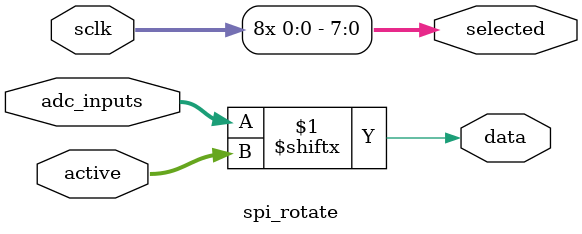
<source format=v>

/*

  Author:  Joe Krachey
  Date:  01/03/2017

*/


module ece453(
	// signals to connect to an Avalon clock source interface
	clk,
	reset,
	// signals to connect to an Avalon-MM slave interface
	slave_address,
	slave_read,
	slave_write,
	slave_readdata,
	slave_writedata,
	slave_byteenable,
	gpio_inputs,
	gpio_outputs,
	irq_out
);

	// most of the set values will only be used by the component .tcl file.  The DATA_WIDTH and MODE_X = 3 influence the hardware created.
	// ENABLE_SYNC_SIGNALS isn't used by this hardware at all but it provided anyway so that it can be exposed in the component .tcl file
	// to control the stubbing of certain signals.
	//parameter ENABLE_SYNC_SIGNAL	S = 0;  // only used by the component .tcl file, 1 to expose user_chipselect/write/read, 0 to stub them


	//*******************************************************************
	// Module Interface
	//*******************************************************************
	input clk;
	input reset;

	// slave interface
	input [3:0] slave_address;
	input slave_read;
	input slave_write;
	output wire [31:0] slave_readdata;
	input [31:0] slave_writedata;
	input [3:0] slave_byteenable;

	input [31:0] gpio_inputs;
	output [31:0] gpio_outputs;
	output wire irq_out;

	`include "ece453.vh"

	//*******************************************************************
	// Register Set
	//*******************************************************************
	reg  [31:0] dev_id_r;
	reg  [31:0] control_r;
	reg  [31:0] status_r;
	reg  [31:0] im_r;
	reg  [31:0] irq_r;
	reg  [31:0] gpio_in_r;
	reg  [31:0] gpio_out_r;
	reg  [31:0] chip_select_r;
	reg  [31:0] ws2812b_0_r;
	reg  [31:0] ws2812b_1_r;
	reg  [31:0] ws2812b_2_r;
	reg  [31:0] ws2812b_3_r;
	reg  [31:0] ws2812b_4_r;
	reg  [31:0] ws2812b_5_r;
	reg  [31:0] ws2812b_6_r;
	reg  [31:0] ws2812b_7_r;


	//*******************************************************************
	// Wires/Reg
	//*******************************************************************
	wire  [31:0] control_in;
	wire  [31:0] status_in;
	wire  [31:0] im_in;
	reg   [31:0] irq_in;
	wire  [31:0] gpio_in;
	wire  [31:0] gpio_out;
  wire  [31:0] chip_select_in;
	wire  [31:0] ws2812b_0_in;
	wire  [31:0] ws2812b_1_in;
	wire  [31:0] ws2812b_2_in;
	wire  [31:0] ws2812b_3_in;
	wire  [31:0] ws2812b_4_in;
	wire  [31:0] ws2812b_5_in;
	wire  [31:0] ws2812b_6_in;
	wire  [31:0] ws2812b_7_in;

  wire [7:0] receivers_out;
  wire cs_out;

	wire ws2812b_busy;
	wire neopixel_out;

	reg  [31:0] gpio_in_irqs;


	//*******************************************************************
	// Register Read Assignments
	//*******************************************************************
	assign slave_readdata = ( (slave_address == DEV_ID_ADDR )    && slave_read )	? dev_id_r :
				( (slave_address == CONTROL_ADDR )   && slave_read ) 	? control_r:
				( (slave_address == STATUS_ADDR )    && slave_read ) 	? status_r:
				( (slave_address == IM_ADDR )        && slave_read ) 	? im_r :
				( (slave_address == IRQ_ADDR )       && slave_read ) 	? irq_r :
	                        ( (slave_address == GPIO_IN_ADDR )   && slave_read ) 	? gpio_in_r :
	                        ( (slave_address == GPIO_OUT_ADDR )  && slave_read ) 	? gpio_out_r :
	                        ( (slave_address == UNUSED_ADDR )    && slave_read ) 	? chip_select_r :
	                        ( (slave_address == WS2818B_0_ADDR ) && slave_read ) 	? ws2812b_0_r :
	                        ( (slave_address == WS2818B_1_ADDR ) && slave_read ) 	? ws2812b_1_r :
	                        ( (slave_address == WS2818B_2_ADDR ) && slave_read ) 	? ws2812b_2_r :
	                        ( (slave_address == WS2818B_3_ADDR ) && slave_read ) 	? ws2812b_3_r :
	                        ( (slave_address == WS2818B_4_ADDR ) && slave_read ) 	? ws2812b_4_r :
	                        ( (slave_address == WS2818B_5_ADDR ) && slave_read ) 	? ws2812b_5_r :
	                        ( (slave_address == WS2818B_6_ADDR ) && slave_read ) 	? ws2812b_6_r : ws2812b_7_r ;


	//*******************************************************************
	// Output Assignments
	//*******************************************************************

	// IRQ indicating that an interrupt is active
	assign irq_out = | (im_r & irq_r);
	assign gpio_outputs = {gpio_out_r[31:9], cs_out, receivers_out[7:0]};

	//*******************************************************************
	// Register Input Equations
	//*******************************************************************

	// Combinational Logic for register inputs.
	always @ (*)
	begin

		gpio_in_irqs = gpio_in_r ^ gpio_inputs;
		irq_in = irq_r | gpio_in_irqs;


	   // WS2812B IRQ will get set to 1 only when ws2812b_busy changes from a 1 to a 0
		if (status_r[STATUS_WS2812B_BUSY_BIT_NUM] && !ws2812b_busy)
		begin
			irq_in = irq_in | IRQ_WS2812B_DONE_MASK;
		end

		irq_in = irq_in & im_r;

		// Determine the value of the IRQ register
		if(slave_address == IRQ_ADDR)
		begin
			if( slave_write )
			begin
				irq_in = irq_r & (~slave_writedata);
			end
		end

	end

	// Input signals for registers
	assign control_in 	= ( (slave_address == CONTROL_ADDR ) 	&& slave_write ) ? slave_writedata : (control_r & ~CONTROL_WS2812B_START_MASK);
	assign status_in        =   (status_r & ~STATUS_WS2812B_BUSY_MASK) | ( ws2812b_busy << STATUS_WS2812B_BUSY_BIT_NUM) ;
	assign im_in		= ( (slave_address == IM_ADDR ) 	&& slave_write ) ? slave_writedata : im_r;
	assign gpio_in		= gpio_inputs;
	assign gpio_out  	= ( (slave_address == GPIO_OUT_ADDR ) 	&& slave_write ) ? slave_writedata : gpio_out_r;
  assign chip_select_in  	= ( (slave_address == UNUSED_ADDR ) 	&& slave_write ) ? slave_writedata : chip_select_r;
	assign ws2812b_0_in  	= ( (slave_address == WS2818B_0_ADDR ) 	&& slave_write ) ? slave_writedata : ws2812b_0_r;
	assign ws2812b_1_in  	= ( (slave_address == WS2818B_1_ADDR ) 	&& slave_write ) ? slave_writedata : ws2812b_1_r;
	assign ws2812b_2_in  	= ( (slave_address == WS2818B_2_ADDR ) 	&& slave_write ) ? slave_writedata : ws2812b_2_r;
	assign ws2812b_3_in  	= ( (slave_address == WS2818B_3_ADDR ) 	&& slave_write ) ? slave_writedata : ws2812b_3_r;
	assign ws2812b_4_in  	= ( (slave_address == WS2818B_4_ADDR ) 	&& slave_write ) ? slave_writedata : ws2812b_4_r;
	assign ws2812b_5_in  	= ( (slave_address == WS2818B_5_ADDR ) 	&& slave_write ) ? slave_writedata : ws2812b_5_r;
	assign ws2812b_6_in  	= ( (slave_address == WS2818B_6_ADDR ) 	&& slave_write ) ? slave_writedata : ws2812b_6_r;
	assign ws2812b_7_in  	= ( (slave_address == WS2818B_7_ADDR ) 	&& slave_write ) ? slave_writedata : ws2812b_7_r;


	//*******************************************************************
	// Registers
	//*******************************************************************
	always @ (posedge clk or posedge reset)
	begin
		if (reset == 1)
		begin
		   	dev_id_r	<= 32'hECE45300;
			control_r	<= 32'h00000000;
			status_r	<= 32'h00000000;
			im_r		<= 32'h00000000;
			irq_r		<= 32'h00000000;
			gpio_in_r	<= 32'h00000000;
			gpio_out_r	<= 32'h00000000;
      chip_select_r <= 32'h00000000;
			ws2812b_0_r 	<= 32'h00000000;
			ws2812b_1_r	<= 32'h00000000;
			ws2812b_2_r	<= 32'h00000000;
			ws2812b_3_r	<= 32'h00000000;
			ws2812b_4_r	<= 32'h00000000;
			ws2812b_5_r	<= 32'h00000000;
			ws2812b_6_r	<= 32'h00000000;
			ws2812b_7_r	<= 32'h00000000;

		end
		else
		begin
		   	dev_id_r	<= 32'hECE45300;
			control_r	<= control_in;
			status_r	<= status_in;
			im_r 		<= im_in;
			irq_r 		<= irq_in;
			gpio_in_r	<= gpio_in;
			gpio_out_r	<= gpio_out;
      chip_select_r <= chip_select_in;
			ws2812b_0_r 	<= ws2812b_0_in;
			ws2812b_1_r 	<= ws2812b_1_in;
			ws2812b_2_r 	<= ws2812b_2_in;
			ws2812b_3_r 	<= ws2812b_3_in;
			ws2812b_4_r 	<= ws2812b_4_in;
			ws2812b_5_r 	<= ws2812b_5_in;
			ws2812b_6_r 	<= ws2812b_6_in;
			ws2812b_7_r 	<= ws2812b_7_in;
		end
	end

  spi_rotate rotator(
      .sclk(gpio_in_r[14]),
      .active(chip_select_r[2:0]),
      .adc_inputs(gpio_in_r[22:15]),
      .data(cs_out),
      .selected(receivers_out[7:0])
    );


endmodule

module spi_rotate (
  input sclk,
  input[2:0] active,
  input[7:0] adc_inputs,
  output data,
  output[7:0] selected
  );

  assign data = adc_inputs[active];
  assign selected = {sclk, sclk, sclk, sclk, sclk, sclk, sclk, sclk};

endmodule

</source>
